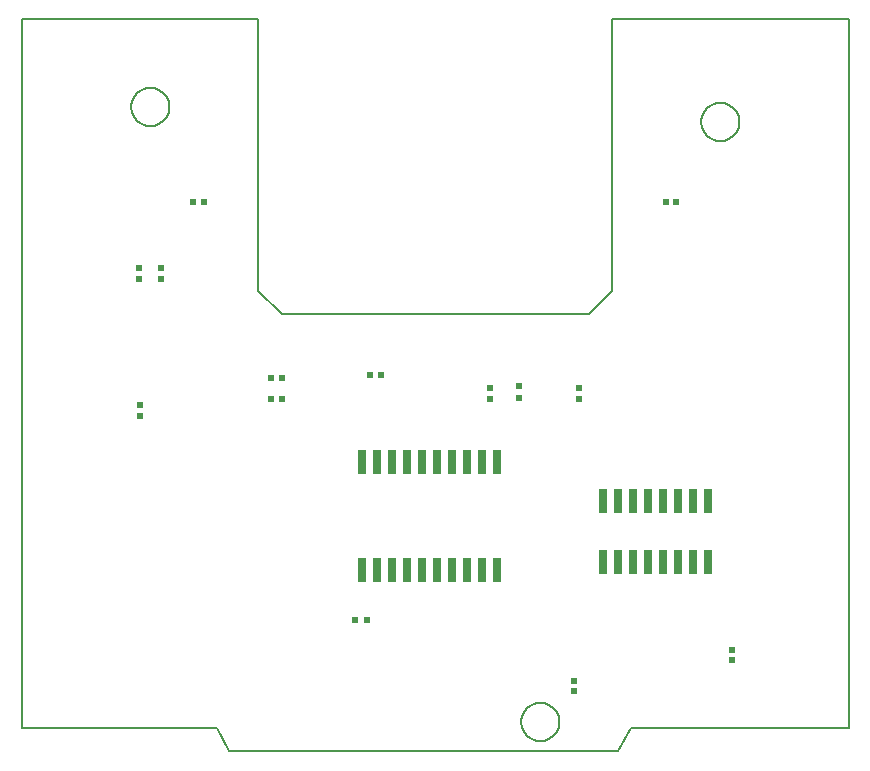
<source format=gbr>
G04 PROTEUS GERBER X2 FILE*
%TF.GenerationSoftware,Labcenter,Proteus,8.12-SP2-Build31155*%
%TF.CreationDate,2024-11-30T19:26:21+00:00*%
%TF.FileFunction,Paste,Bot*%
%TF.FilePolarity,Positive*%
%TF.Part,Single*%
%TF.SameCoordinates,{e6e8286e-83a0-46e7-8d5c-4e76f455a4ca}*%
%FSLAX45Y45*%
%MOMM*%
G01*
%TA.AperFunction,Material*%
%ADD40R,0.635000X2.032000*%
%TA.AperFunction,Material*%
%ADD43R,0.609600X0.558800*%
%ADD42R,0.609600X0.609600*%
%ADD44R,0.558800X0.609600*%
%TA.AperFunction,Profile*%
%ADD22C,0.203200*%
%TD.AperFunction*%
D40*
X+4915500Y+1920350D03*
X+5042500Y+1920350D03*
X+5169500Y+1920350D03*
X+5296500Y+1920350D03*
X+5423500Y+1920350D03*
X+5550500Y+1920350D03*
X+5677500Y+1920350D03*
X+5804500Y+1920350D03*
X+5804500Y+1399650D03*
X+5677500Y+1399650D03*
X+5550500Y+1399650D03*
X+5423500Y+1399650D03*
X+5296500Y+1399650D03*
X+5169500Y+1399650D03*
X+5042500Y+1399650D03*
X+4915500Y+1399650D03*
X+4019000Y+1335600D03*
X+3892000Y+1335600D03*
X+3765000Y+1335600D03*
X+3638000Y+1335600D03*
X+3511000Y+1335600D03*
X+3384000Y+1335600D03*
X+3257000Y+1335600D03*
X+3130000Y+1335600D03*
X+3003000Y+1335600D03*
X+2876000Y+1335600D03*
X+2876000Y+2250000D03*
X+3003000Y+2250000D03*
X+3130000Y+2250000D03*
X+3257000Y+2250000D03*
X+3384000Y+2250000D03*
X+3511000Y+2250000D03*
X+3638000Y+2250000D03*
X+3765000Y+2250000D03*
X+3892000Y+2250000D03*
X+4019000Y+2250000D03*
D43*
X+3960000Y+2880000D03*
X+3960000Y+2780000D03*
X+4210000Y+2890000D03*
X+4210000Y+2790000D03*
X+4720000Y+2880000D03*
X+4720000Y+2780000D03*
D42*
X+2110000Y+2780000D03*
X+2200000Y+2780000D03*
X+2110000Y+2960000D03*
X+2200000Y+2960000D03*
X+990000Y+3800000D03*
X+990000Y+3890000D03*
X+1180000Y+3800000D03*
X+1180000Y+3890000D03*
X+1000000Y+2730000D03*
X+1000000Y+2640000D03*
X+5540000Y+4450000D03*
X+5450000Y+4450000D03*
X+1540000Y+4450000D03*
X+1450000Y+4450000D03*
D44*
X+2920000Y+910000D03*
X+2820000Y+910000D03*
D42*
X+6010000Y+660000D03*
X+6010000Y+570000D03*
X+4670000Y+310000D03*
X+4670000Y+400000D03*
X+3040000Y+2990000D03*
X+2950000Y+2990000D03*
D22*
X+0Y+0D02*
X+1650000Y+0D01*
X+7000000Y+0D02*
X+7000000Y+6000000D01*
X+5000000Y+6000000D01*
X+5000000Y+3700000D01*
X+4800000Y+3500000D01*
X+2200000Y+3500000D01*
X+2000000Y+3700000D02*
X+2000000Y+6000000D01*
X+0Y+6000000D01*
X+0Y+0D01*
X+2000000Y+3700000D02*
X+2200000Y+3500000D01*
X+5160000Y+0D02*
X+7000000Y+0D01*
X+1750000Y-200000D02*
X+5050000Y-200000D01*
X+1650000Y+0D02*
X+1750000Y-200000D01*
X+5160000Y+0D02*
X+5050000Y-200000D01*
X+4550045Y+50000D02*
X+4549508Y+63142D01*
X+4545144Y+89427D01*
X+4536029Y+115712D01*
X+4521182Y+141997D01*
X+4498470Y+168118D01*
X+4472185Y+187898D01*
X+4445900Y+200658D01*
X+4419615Y+208108D01*
X+4393330Y+210987D01*
X+4389000Y+211045D01*
X+4227955Y+50000D02*
X+4228492Y+63142D01*
X+4232856Y+89427D01*
X+4241971Y+115712D01*
X+4256818Y+141997D01*
X+4279530Y+168118D01*
X+4305815Y+187898D01*
X+4332100Y+200658D01*
X+4358385Y+208108D01*
X+4384670Y+210987D01*
X+4389000Y+211045D01*
X+4227955Y+50000D02*
X+4228492Y+36858D01*
X+4232856Y+10573D01*
X+4241971Y-15712D01*
X+4256818Y-41997D01*
X+4279530Y-68118D01*
X+4305815Y-87898D01*
X+4332100Y-100658D01*
X+4358385Y-108108D01*
X+4384670Y-110987D01*
X+4389000Y-111045D01*
X+4550045Y+50000D02*
X+4549508Y+36858D01*
X+4545144Y+10573D01*
X+4536029Y-15712D01*
X+4521182Y-41997D01*
X+4498470Y-68118D01*
X+4472185Y-87898D01*
X+4445900Y-100658D01*
X+4419615Y-108108D01*
X+4393330Y-110987D01*
X+4389000Y-111045D01*
X+6074045Y+5130000D02*
X+6073508Y+5143142D01*
X+6069144Y+5169427D01*
X+6060029Y+5195712D01*
X+6045182Y+5221997D01*
X+6022470Y+5248118D01*
X+5996185Y+5267898D01*
X+5969900Y+5280658D01*
X+5943615Y+5288108D01*
X+5917330Y+5290987D01*
X+5913000Y+5291045D01*
X+5751955Y+5130000D02*
X+5752492Y+5143142D01*
X+5756856Y+5169427D01*
X+5765971Y+5195712D01*
X+5780818Y+5221997D01*
X+5803530Y+5248118D01*
X+5829815Y+5267898D01*
X+5856100Y+5280658D01*
X+5882385Y+5288108D01*
X+5908670Y+5290987D01*
X+5913000Y+5291045D01*
X+5751955Y+5130000D02*
X+5752492Y+5116858D01*
X+5756856Y+5090573D01*
X+5765971Y+5064288D01*
X+5780818Y+5038003D01*
X+5803530Y+5011882D01*
X+5829815Y+4992102D01*
X+5856100Y+4979342D01*
X+5882385Y+4971892D01*
X+5908670Y+4969013D01*
X+5913000Y+4968955D01*
X+6074045Y+5130000D02*
X+6073508Y+5116858D01*
X+6069144Y+5090573D01*
X+6060029Y+5064288D01*
X+6045182Y+5038003D01*
X+6022470Y+5011882D01*
X+5996185Y+4992102D01*
X+5969900Y+4979342D01*
X+5943615Y+4971892D01*
X+5917330Y+4969013D01*
X+5913000Y+4968955D01*
X+1248045Y+5257000D02*
X+1247508Y+5270142D01*
X+1243144Y+5296427D01*
X+1234029Y+5322712D01*
X+1219182Y+5348997D01*
X+1196470Y+5375118D01*
X+1170185Y+5394898D01*
X+1143900Y+5407658D01*
X+1117615Y+5415108D01*
X+1091330Y+5417987D01*
X+1087000Y+5418045D01*
X+925955Y+5257000D02*
X+926492Y+5270142D01*
X+930856Y+5296427D01*
X+939971Y+5322712D01*
X+954818Y+5348997D01*
X+977530Y+5375118D01*
X+1003815Y+5394898D01*
X+1030100Y+5407658D01*
X+1056385Y+5415108D01*
X+1082670Y+5417987D01*
X+1087000Y+5418045D01*
X+925955Y+5257000D02*
X+926492Y+5243858D01*
X+930856Y+5217573D01*
X+939971Y+5191288D01*
X+954818Y+5165003D01*
X+977530Y+5138882D01*
X+1003815Y+5119102D01*
X+1030100Y+5106342D01*
X+1056385Y+5098892D01*
X+1082670Y+5096013D01*
X+1087000Y+5095955D01*
X+1248045Y+5257000D02*
X+1247508Y+5243858D01*
X+1243144Y+5217573D01*
X+1234029Y+5191288D01*
X+1219182Y+5165003D01*
X+1196470Y+5138882D01*
X+1170185Y+5119102D01*
X+1143900Y+5106342D01*
X+1117615Y+5098892D01*
X+1091330Y+5096013D01*
X+1087000Y+5095955D01*
M02*

</source>
